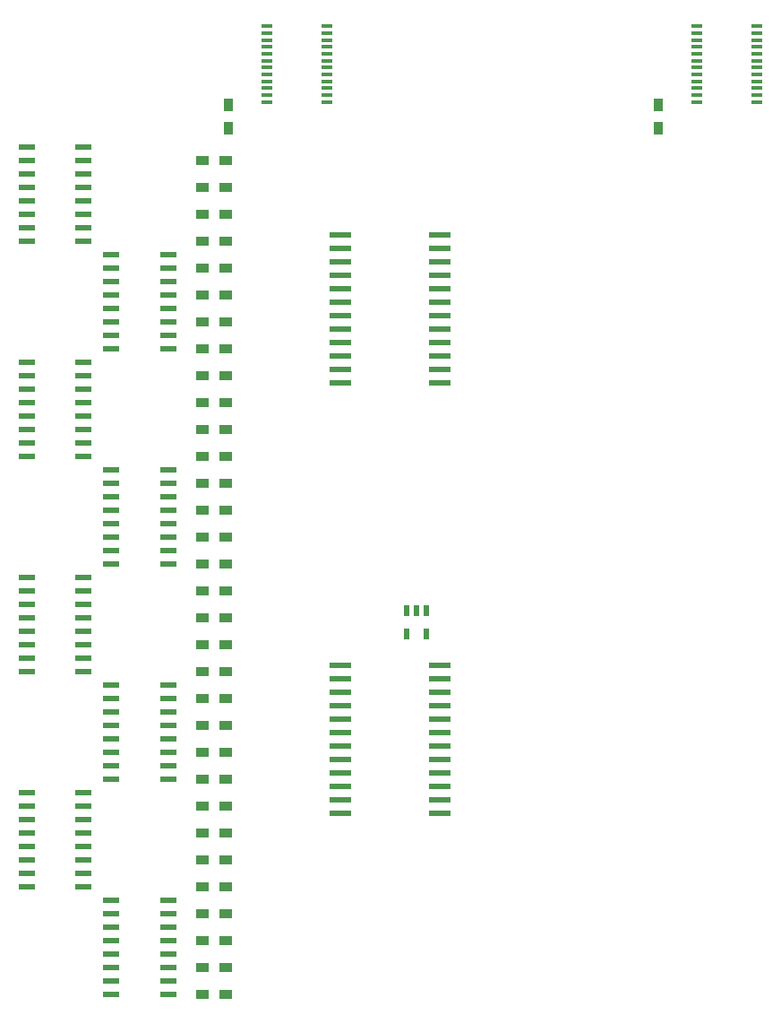
<source format=gtp>
G04 #@! TF.FileFunction,Paste,Top*
%FSLAX46Y46*%
G04 Gerber Fmt 4.6, Leading zero omitted, Abs format (unit mm)*
G04 Created by KiCad (PCBNEW 4.0.2+dfsg1-stable) date dim. 24 sept. 2017 10:50:26 CEST*
%MOMM*%
G01*
G04 APERTURE LIST*
%ADD10C,0.100000*%
%ADD11R,1.200000X0.900000*%
%ADD12R,0.600000X1.100000*%
%ADD13R,1.500000X0.600000*%
%ADD14R,0.900000X1.200000*%
%ADD15R,1.100000X0.400000*%
%ADD16R,2.000000X0.600000*%
G04 APERTURE END LIST*
D10*
D11*
X132926000Y-75184000D03*
X130726000Y-75184000D03*
X132926000Y-77724000D03*
X130726000Y-77724000D03*
D12*
X151953000Y-117645000D03*
X150053000Y-117645000D03*
X151003000Y-117645000D03*
X150053000Y-119845000D03*
X151953000Y-119845000D03*
D13*
X114140000Y-73914000D03*
X114140000Y-75184000D03*
X114140000Y-76454000D03*
X114140000Y-77724000D03*
X114140000Y-78994000D03*
X114140000Y-80264000D03*
X114140000Y-81534000D03*
X114140000Y-82804000D03*
X119540000Y-82804000D03*
X119540000Y-81534000D03*
X119540000Y-80264000D03*
X119540000Y-78994000D03*
X119540000Y-77724000D03*
X119540000Y-76454000D03*
X119540000Y-75184000D03*
X119540000Y-73914000D03*
X122141000Y-84074000D03*
X122141000Y-85344000D03*
X122141000Y-86614000D03*
X122141000Y-87884000D03*
X122141000Y-89154000D03*
X122141000Y-90424000D03*
X122141000Y-91694000D03*
X122141000Y-92964000D03*
X127541000Y-92964000D03*
X127541000Y-91694000D03*
X127541000Y-90424000D03*
X127541000Y-89154000D03*
X127541000Y-87884000D03*
X127541000Y-86614000D03*
X127541000Y-85344000D03*
X127541000Y-84074000D03*
X114140000Y-94234000D03*
X114140000Y-95504000D03*
X114140000Y-96774000D03*
X114140000Y-98044000D03*
X114140000Y-99314000D03*
X114140000Y-100584000D03*
X114140000Y-101854000D03*
X114140000Y-103124000D03*
X119540000Y-103124000D03*
X119540000Y-101854000D03*
X119540000Y-100584000D03*
X119540000Y-99314000D03*
X119540000Y-98044000D03*
X119540000Y-96774000D03*
X119540000Y-95504000D03*
X119540000Y-94234000D03*
X122141000Y-104394000D03*
X122141000Y-105664000D03*
X122141000Y-106934000D03*
X122141000Y-108204000D03*
X122141000Y-109474000D03*
X122141000Y-110744000D03*
X122141000Y-112014000D03*
X122141000Y-113284000D03*
X127541000Y-113284000D03*
X127541000Y-112014000D03*
X127541000Y-110744000D03*
X127541000Y-109474000D03*
X127541000Y-108204000D03*
X127541000Y-106934000D03*
X127541000Y-105664000D03*
X127541000Y-104394000D03*
X114140000Y-114554000D03*
X114140000Y-115824000D03*
X114140000Y-117094000D03*
X114140000Y-118364000D03*
X114140000Y-119634000D03*
X114140000Y-120904000D03*
X114140000Y-122174000D03*
X114140000Y-123444000D03*
X119540000Y-123444000D03*
X119540000Y-122174000D03*
X119540000Y-120904000D03*
X119540000Y-119634000D03*
X119540000Y-118364000D03*
X119540000Y-117094000D03*
X119540000Y-115824000D03*
X119540000Y-114554000D03*
X122141000Y-124714000D03*
X122141000Y-125984000D03*
X122141000Y-127254000D03*
X122141000Y-128524000D03*
X122141000Y-129794000D03*
X122141000Y-131064000D03*
X122141000Y-132334000D03*
X122141000Y-133604000D03*
X127541000Y-133604000D03*
X127541000Y-132334000D03*
X127541000Y-131064000D03*
X127541000Y-129794000D03*
X127541000Y-128524000D03*
X127541000Y-127254000D03*
X127541000Y-125984000D03*
X127541000Y-124714000D03*
X114140000Y-134874000D03*
X114140000Y-136144000D03*
X114140000Y-137414000D03*
X114140000Y-138684000D03*
X114140000Y-139954000D03*
X114140000Y-141224000D03*
X114140000Y-142494000D03*
X114140000Y-143764000D03*
X119540000Y-143764000D03*
X119540000Y-142494000D03*
X119540000Y-141224000D03*
X119540000Y-139954000D03*
X119540000Y-138684000D03*
X119540000Y-137414000D03*
X119540000Y-136144000D03*
X119540000Y-134874000D03*
X122141000Y-145034000D03*
X122141000Y-146304000D03*
X122141000Y-147574000D03*
X122141000Y-148844000D03*
X122141000Y-150114000D03*
X122141000Y-151384000D03*
X122141000Y-152654000D03*
X122141000Y-153924000D03*
X127541000Y-153924000D03*
X127541000Y-152654000D03*
X127541000Y-151384000D03*
X127541000Y-150114000D03*
X127541000Y-148844000D03*
X127541000Y-147574000D03*
X127541000Y-146304000D03*
X127541000Y-145034000D03*
D11*
X132926000Y-80264000D03*
X130726000Y-80264000D03*
X132926000Y-82804000D03*
X130726000Y-82804000D03*
X132926000Y-85344000D03*
X130726000Y-85344000D03*
X132926000Y-87884000D03*
X130726000Y-87884000D03*
X132926000Y-90424000D03*
X130726000Y-90424000D03*
X132926000Y-92964000D03*
X130726000Y-92964000D03*
X132926000Y-95504000D03*
X130726000Y-95504000D03*
X132926000Y-98044000D03*
X130726000Y-98044000D03*
X132926000Y-100584000D03*
X130726000Y-100584000D03*
X132926000Y-103124000D03*
X130726000Y-103124000D03*
X132926000Y-105664000D03*
X130726000Y-105664000D03*
X132926000Y-108204000D03*
X130726000Y-108204000D03*
X132926000Y-110744000D03*
X130726000Y-110744000D03*
X132926000Y-113284000D03*
X130726000Y-113284000D03*
X132926000Y-115824000D03*
X130726000Y-115824000D03*
X132926000Y-118364000D03*
X130726000Y-118364000D03*
X132926000Y-120904000D03*
X130726000Y-120904000D03*
X132926000Y-123444000D03*
X130726000Y-123444000D03*
X132926000Y-125984000D03*
X130726000Y-125984000D03*
X132926000Y-128524000D03*
X130726000Y-128524000D03*
X132926000Y-131064000D03*
X130726000Y-131064000D03*
X132926000Y-133604000D03*
X130726000Y-133604000D03*
X132926000Y-136144000D03*
X130726000Y-136144000D03*
X132926000Y-138684000D03*
X130726000Y-138684000D03*
X132926000Y-141224000D03*
X130726000Y-141224000D03*
X132926000Y-143764000D03*
X130726000Y-143764000D03*
X132926000Y-146304000D03*
X130726000Y-146304000D03*
X132926000Y-148844000D03*
X130726000Y-148844000D03*
X132926000Y-151384000D03*
X130726000Y-151384000D03*
X132926000Y-153924000D03*
X130726000Y-153924000D03*
D14*
X173863000Y-72093000D03*
X173863000Y-69893000D03*
X133223000Y-72093000D03*
X133223000Y-69893000D03*
D15*
X183190000Y-69615000D03*
X183190000Y-68965000D03*
X183190000Y-68315000D03*
X183190000Y-67665000D03*
X183190000Y-67015000D03*
X183190000Y-66365000D03*
X183190000Y-65715000D03*
X183190000Y-65065000D03*
X183190000Y-64415000D03*
X183190000Y-63765000D03*
X183190000Y-63115000D03*
X183190000Y-62465000D03*
X177490000Y-62465000D03*
X177490000Y-63115000D03*
X177490000Y-63765000D03*
X177490000Y-64415000D03*
X177490000Y-65065000D03*
X177490000Y-65715000D03*
X177490000Y-66365000D03*
X177490000Y-67015000D03*
X177490000Y-67665000D03*
X177490000Y-68315000D03*
X177490000Y-68965000D03*
X177490000Y-69615000D03*
X142550000Y-69615000D03*
X142550000Y-68965000D03*
X142550000Y-68315000D03*
X142550000Y-67665000D03*
X142550000Y-67015000D03*
X142550000Y-66365000D03*
X142550000Y-65715000D03*
X142550000Y-65065000D03*
X142550000Y-64415000D03*
X142550000Y-63765000D03*
X142550000Y-63115000D03*
X142550000Y-62465000D03*
X136850000Y-62465000D03*
X136850000Y-63115000D03*
X136850000Y-63765000D03*
X136850000Y-64415000D03*
X136850000Y-65065000D03*
X136850000Y-65715000D03*
X136850000Y-66365000D03*
X136850000Y-67015000D03*
X136850000Y-67665000D03*
X136850000Y-68315000D03*
X136850000Y-68965000D03*
X136850000Y-69615000D03*
D16*
X143763000Y-82169000D03*
X143763000Y-83439000D03*
X143763000Y-84709000D03*
X143763000Y-85979000D03*
X143763000Y-87249000D03*
X143763000Y-88519000D03*
X143763000Y-89789000D03*
X143763000Y-91059000D03*
X143763000Y-92329000D03*
X143763000Y-93599000D03*
X143763000Y-94869000D03*
X143763000Y-96139000D03*
X153163000Y-96139000D03*
X153163000Y-94869000D03*
X153163000Y-93599000D03*
X153163000Y-92329000D03*
X153163000Y-91059000D03*
X153163000Y-89789000D03*
X153163000Y-88519000D03*
X153163000Y-87249000D03*
X153163000Y-85979000D03*
X153163000Y-84709000D03*
X153163000Y-83439000D03*
X153163000Y-82169000D03*
X143763000Y-122809000D03*
X143763000Y-124079000D03*
X143763000Y-125349000D03*
X143763000Y-126619000D03*
X143763000Y-127889000D03*
X143763000Y-129159000D03*
X143763000Y-130429000D03*
X143763000Y-131699000D03*
X143763000Y-132969000D03*
X143763000Y-134239000D03*
X143763000Y-135509000D03*
X143763000Y-136779000D03*
X153163000Y-136779000D03*
X153163000Y-135509000D03*
X153163000Y-134239000D03*
X153163000Y-132969000D03*
X153163000Y-131699000D03*
X153163000Y-130429000D03*
X153163000Y-129159000D03*
X153163000Y-127889000D03*
X153163000Y-126619000D03*
X153163000Y-125349000D03*
X153163000Y-124079000D03*
X153163000Y-122809000D03*
M02*

</source>
